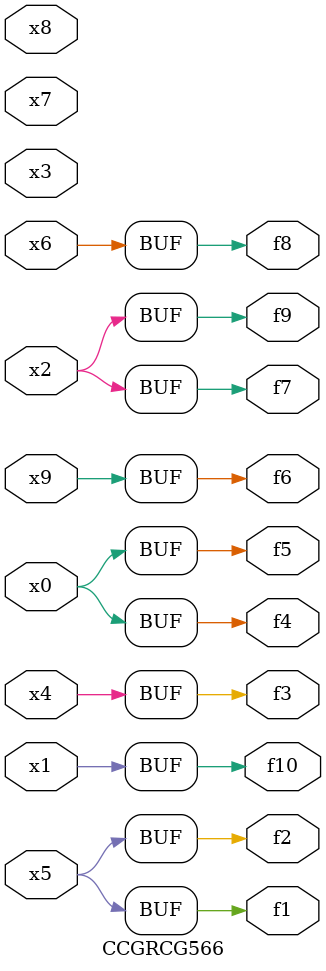
<source format=v>
module CCGRCG566(
	input x0, x1, x2, x3, x4, x5, x6, x7, x8, x9,
	output f1, f2, f3, f4, f5, f6, f7, f8, f9, f10
);
	assign f1 = x5;
	assign f2 = x5;
	assign f3 = x4;
	assign f4 = x0;
	assign f5 = x0;
	assign f6 = x9;
	assign f7 = x2;
	assign f8 = x6;
	assign f9 = x2;
	assign f10 = x1;
endmodule

</source>
